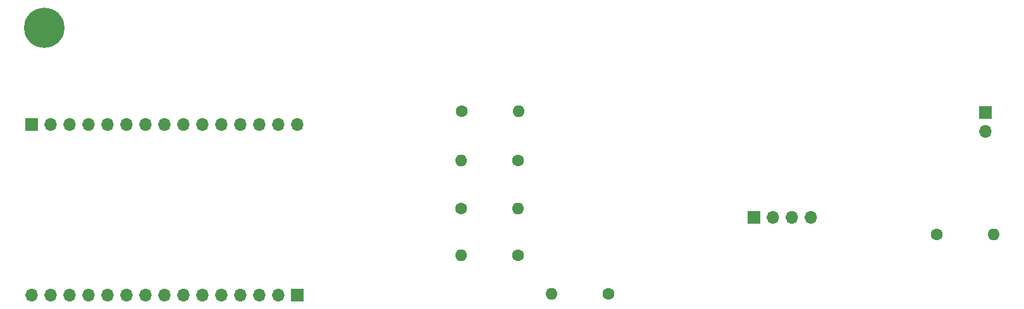
<source format=gbr>
%TF.GenerationSoftware,KiCad,Pcbnew,7.0.7*%
%TF.CreationDate,2023-09-19T21:30:54-07:00*%
%TF.ProjectId,PCB Layout,50434220-4c61-4796-9f75-742e6b696361,rev?*%
%TF.SameCoordinates,Original*%
%TF.FileFunction,Soldermask,Bot*%
%TF.FilePolarity,Negative*%
%FSLAX46Y46*%
G04 Gerber Fmt 4.6, Leading zero omitted, Abs format (unit mm)*
G04 Created by KiCad (PCBNEW 7.0.7) date 2023-09-19 21:30:54*
%MOMM*%
%LPD*%
G01*
G04 APERTURE LIST*
%ADD10R,1.700000X1.700000*%
%ADD11O,1.700000X1.700000*%
%ADD12C,1.600000*%
%ADD13O,1.600000X1.600000*%
%ADD14C,5.400000*%
G04 APERTURE END LIST*
D10*
%TO.C,J4*%
X223012000Y-77241400D03*
D11*
X223012000Y-79781400D03*
%TD*%
D12*
%TO.C,R6*%
X216505000Y-93600000D03*
D13*
X224125000Y-93600000D03*
%TD*%
D12*
%TO.C,R5*%
X152915000Y-77089000D03*
D13*
X160535000Y-77089000D03*
%TD*%
%TO.C,R4*%
X152815000Y-83650000D03*
D12*
X160435000Y-83650000D03*
%TD*%
%TO.C,R3*%
X152815000Y-90125000D03*
D13*
X160435000Y-90125000D03*
%TD*%
D12*
%TO.C,R2*%
X160485000Y-96400000D03*
D13*
X152865000Y-96400000D03*
%TD*%
D12*
%TO.C,R1*%
X172535000Y-101525000D03*
D13*
X164915000Y-101525000D03*
%TD*%
D14*
%TO.C,H1*%
X97078800Y-65887600D03*
%TD*%
D10*
%TO.C,J2*%
X130886200Y-101752400D03*
D11*
X128346200Y-101752400D03*
X125806200Y-101752400D03*
X123266200Y-101752400D03*
X120726200Y-101752400D03*
X118186200Y-101752400D03*
X115646200Y-101752400D03*
X113106200Y-101752400D03*
X110566200Y-101752400D03*
X108026200Y-101752400D03*
X105486200Y-101752400D03*
X102946200Y-101752400D03*
X100406200Y-101752400D03*
X97866200Y-101752400D03*
X95326200Y-101752400D03*
%TD*%
D10*
%TO.C,J1*%
X95326200Y-78892400D03*
D11*
X97866200Y-78892400D03*
X100406200Y-78892400D03*
X102946200Y-78892400D03*
X105486200Y-78892400D03*
X108026200Y-78892400D03*
X110566200Y-78892400D03*
X113106200Y-78892400D03*
X115646200Y-78892400D03*
X118186200Y-78892400D03*
X120726200Y-78892400D03*
X123266200Y-78892400D03*
X125806200Y-78892400D03*
X128346200Y-78892400D03*
X130886200Y-78892400D03*
%TD*%
D10*
%TO.C,J3*%
X192024000Y-91287600D03*
D11*
X194564000Y-91287600D03*
X197104000Y-91287600D03*
X199644000Y-91287600D03*
%TD*%
M02*

</source>
